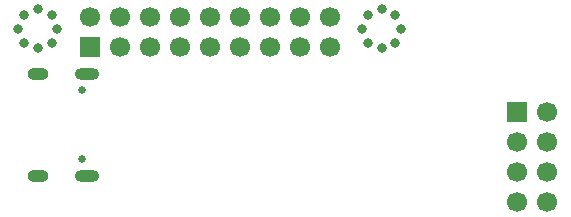
<source format=gbr>
%TF.GenerationSoftware,Altium Limited,Altium Designer,24.10.1 (45)*%
G04 Layer_Color=128*
%FSLAX43Y43*%
%MOMM*%
%TF.SameCoordinates,E3F4C47D-CD2F-45B5-B10E-3CDC114D9125*%
%TF.FilePolarity,Positive*%
%TF.FileFunction,Paste,Bot*%
%TF.Part,Single*%
G01*
G75*
%TA.AperFunction,ComponentPad*%
%ADD48C,0.650*%
%ADD49O,2.100X1.000*%
%ADD50O,1.800X1.000*%
G04:AMPARAMS|DCode=51|XSize=1.7mm|YSize=1.7mm|CornerRadius=0.85mm|HoleSize=0mm|Usage=FLASHONLY|Rotation=90.000|XOffset=0mm|YOffset=0mm|HoleType=Round|Shape=RoundedRectangle|*
%AMROUNDEDRECTD51*
21,1,1.700,0.000,0,0,90.0*
21,1,0.000,1.700,0,0,90.0*
1,1,1.700,0.000,0.000*
1,1,1.700,0.000,0.000*
1,1,1.700,0.000,0.000*
1,1,1.700,0.000,0.000*
%
%ADD51ROUNDEDRECTD51*%
%ADD52R,1.700X1.700*%
G04:AMPARAMS|DCode=53|XSize=1.7mm|YSize=1.7mm|CornerRadius=0.85mm|HoleSize=0mm|Usage=FLASHONLY|Rotation=0.000|XOffset=0mm|YOffset=0mm|HoleType=Round|Shape=RoundedRectangle|*
%AMROUNDEDRECTD53*
21,1,1.700,0.000,0,0,0.0*
21,1,0.000,1.700,0,0,0.0*
1,1,1.700,0.000,0.000*
1,1,1.700,0.000,0.000*
1,1,1.700,0.000,0.000*
1,1,1.700,0.000,0.000*
%
%ADD53ROUNDEDRECTD53*%
%ADD54R,1.700X1.700*%
%ADD55C,0.800*%
D48*
X6602Y11890D02*
D03*
Y6110D02*
D03*
D49*
X7102Y13320D02*
D03*
Y4680D02*
D03*
D50*
X2922Y13320D02*
D03*
Y4680D02*
D03*
D51*
X22540Y18140D02*
D03*
X25080D02*
D03*
X20000D02*
D03*
X27620D02*
D03*
X12380D02*
D03*
X14920D02*
D03*
X9840D02*
D03*
X17460D02*
D03*
X12380Y15600D02*
D03*
X27620D02*
D03*
X25080D02*
D03*
X17460D02*
D03*
X14920D02*
D03*
X22540D02*
D03*
X20000D02*
D03*
X9840D02*
D03*
X7300Y18140D02*
D03*
D52*
Y15600D02*
D03*
D53*
X46025Y7544D02*
D03*
Y10084D02*
D03*
Y2464D02*
D03*
Y5004D02*
D03*
X43485D02*
D03*
Y2464D02*
D03*
Y7544D02*
D03*
D54*
Y10084D02*
D03*
D55*
X33167Y18267D02*
D03*
X33650Y17100D02*
D03*
X32000Y18750D02*
D03*
X30833Y18267D02*
D03*
X33167Y15933D02*
D03*
X32000Y15450D02*
D03*
X30350Y17100D02*
D03*
X30833Y15933D02*
D03*
X4067Y18267D02*
D03*
X4550Y17100D02*
D03*
X2900Y18750D02*
D03*
X1733Y18267D02*
D03*
X4067Y15933D02*
D03*
X2900Y15450D02*
D03*
X1250Y17100D02*
D03*
X1733Y15933D02*
D03*
%TF.MD5,62ee84d9f55df8dcccac7a264c6861d4*%
M02*

</source>
